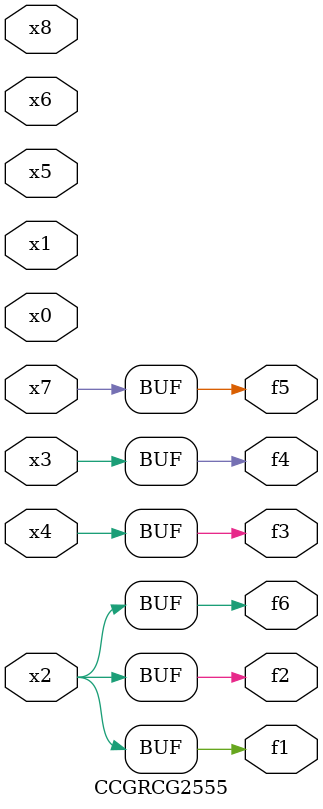
<source format=v>
module CCGRCG2555(
	input x0, x1, x2, x3, x4, x5, x6, x7, x8,
	output f1, f2, f3, f4, f5, f6
);
	assign f1 = x2;
	assign f2 = x2;
	assign f3 = x4;
	assign f4 = x3;
	assign f5 = x7;
	assign f6 = x2;
endmodule

</source>
